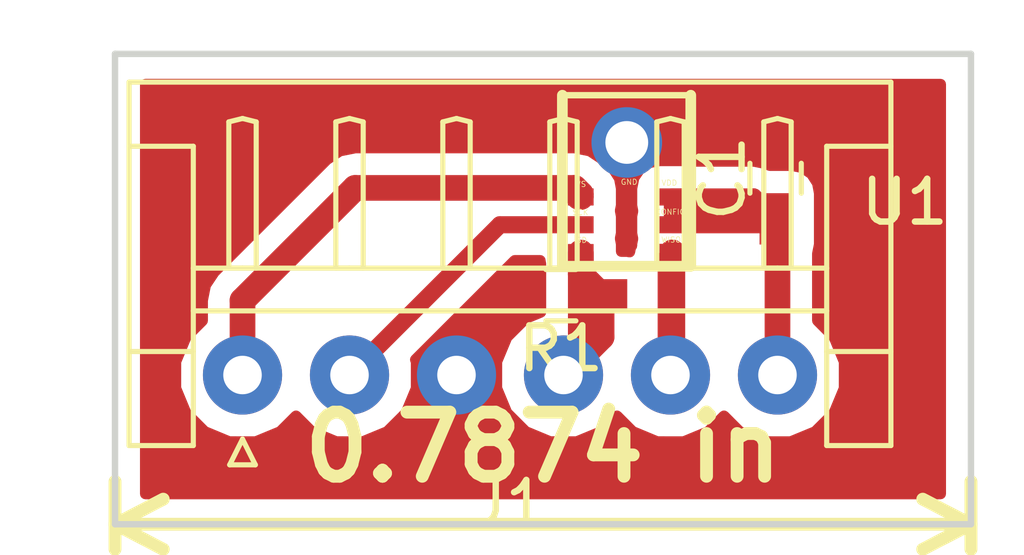
<source format=kicad_pcb>
(kicad_pcb (version 4) (host pcbnew 4.0.7)

  (general
    (links 11)
    (no_connects 0)
    (area 127.31242 101.53532 158.294235 115.350001)
    (thickness 1.6)
    (drawings 7)
    (tracks 48)
    (zones 0)
    (modules 4)
    (nets 7)
  )

  (page A4)
  (layers
    (0 F.Cu signal)
    (31 B.Cu signal)
    (32 B.Adhes user)
    (33 F.Adhes user)
    (34 B.Paste user)
    (35 F.Paste user)
    (36 B.SilkS user)
    (37 F.SilkS user)
    (38 B.Mask user)
    (39 F.Mask user)
    (40 Dwgs.User user)
    (41 Cmts.User user)
    (42 Eco1.User user)
    (43 Eco2.User user)
    (44 Edge.Cuts user)
    (45 Margin user)
    (46 B.CrtYd user)
    (47 F.CrtYd user)
    (48 B.Fab user)
    (49 F.Fab user)
  )

  (setup
    (last_trace_width 0.4)
    (trace_clearance 0.2)
    (zone_clearance 0.508)
    (zone_45_only no)
    (trace_min 0.2)
    (segment_width 0.2)
    (edge_width 0.15)
    (via_size 0.6)
    (via_drill 0.4)
    (via_min_size 0.4)
    (via_min_drill 0.3)
    (uvia_size 0.3)
    (uvia_drill 0.1)
    (uvias_allowed no)
    (uvia_min_size 0.2)
    (uvia_min_drill 0.1)
    (pcb_text_width 0.3)
    (pcb_text_size 1.5 1.5)
    (mod_edge_width 0.15)
    (mod_text_size 1 1)
    (mod_text_width 0.15)
    (pad_size 1.2 0.75)
    (pad_drill 0)
    (pad_to_mask_clearance 0.2)
    (aux_axis_origin 0 0)
    (visible_elements 7FFFFF9F)
    (pcbplotparams
      (layerselection 0x01000_80000001)
      (usegerberextensions false)
      (excludeedgelayer true)
      (linewidth 0.100000)
      (plotframeref false)
      (viasonmask false)
      (mode 1)
      (useauxorigin false)
      (hpglpennumber 1)
      (hpglpenspeed 20)
      (hpglpendiameter 15)
      (hpglpenoverlay 2)
      (psnegative false)
      (psa4output false)
      (plotreference true)
      (plotvalue true)
      (plotinvisibletext false)
      (padsonsilk false)
      (subtractmaskfromsilk false)
      (outputformat 1)
      (mirror false)
      (drillshape 0)
      (scaleselection 1)
      (outputdirectory ./))
  )

  (net 0 "")
  (net 1 "Net-(C1-Pad1)")
  (net 2 GND)
  (net 3 "Net-(J1-Pad2)")
  (net 4 "Net-(J1-Pad3)")
  (net 5 "Net-(J1-Pad4)")
  (net 6 "Net-(J1-Pad5)")

  (net_class Default "This is the default net class."
    (clearance 0.2)
    (trace_width 0.4)
    (via_dia 0.6)
    (via_drill 0.4)
    (uvia_dia 0.3)
    (uvia_drill 0.1)
    (add_net "Net-(J1-Pad3)")
  )

  (net_class Wide ""
    (clearance 0.2)
    (trace_width 0.6)
    (via_dia 0.6)
    (via_drill 0.4)
    (uvia_dia 0.3)
    (uvia_drill 0.1)
    (add_net GND)
    (add_net "Net-(C1-Pad1)")
    (add_net "Net-(J1-Pad2)")
    (add_net "Net-(J1-Pad4)")
    (add_net "Net-(J1-Pad5)")
  )

  (module Capacitors_SMD:C_0603_HandSoldering (layer F.Cu) (tedit 5AB17A81) (tstamp 5AB16A77)
    (at 145.43532 105.90784 90)
    (descr "Capacitor SMD 0603, hand soldering")
    (tags "capacitor 0603")
    (path /5AA6D570)
    (attr smd)
    (fp_text reference C1 (at 0 -1.25 90) (layer F.SilkS)
      (effects (font (size 1 1) (thickness 0.15)))
    )
    (fp_text value C (at 0 1.5 90) (layer F.Fab)
      (effects (font (size 1 1) (thickness 0.15)))
    )
    (fp_text user %R (at 0 -1.25 90) (layer F.Fab)
      (effects (font (size 1 1) (thickness 0.15)))
    )
    (fp_line (start -0.8 0.4) (end -0.8 -0.4) (layer F.Fab) (width 0.1))
    (fp_line (start 0.8 0.4) (end -0.8 0.4) (layer F.Fab) (width 0.1))
    (fp_line (start 0.8 -0.4) (end 0.8 0.4) (layer F.Fab) (width 0.1))
    (fp_line (start -0.8 -0.4) (end 0.8 -0.4) (layer F.Fab) (width 0.1))
    (fp_line (start -0.35 -0.6) (end 0.35 -0.6) (layer F.SilkS) (width 0.12))
    (fp_line (start 0.35 0.6) (end -0.35 0.6) (layer F.SilkS) (width 0.12))
    (fp_line (start -1.8 -0.65) (end 1.8 -0.65) (layer F.CrtYd) (width 0.05))
    (fp_line (start -1.8 -0.65) (end -1.8 0.65) (layer F.CrtYd) (width 0.05))
    (fp_line (start 1.8 0.65) (end 1.8 -0.65) (layer F.CrtYd) (width 0.05))
    (fp_line (start 1.8 0.65) (end -1.8 0.65) (layer F.CrtYd) (width 0.05))
    (pad 1 smd rect (at -0.95 0 90) (size 1.2 0.75) (layers F.Cu F.Paste F.Mask)
      (net 1 "Net-(C1-Pad1)"))
    (pad 2 smd rect (at 0.95 0 90) (size 1.2 0.75) (layers F.Cu F.Paste F.Mask)
      (net 2 GND) (zone_connect 2))
    (model Capacitors_SMD.3dshapes/C_0603.wrl
      (at (xyz 0 0 0))
      (scale (xyz 1 1 1))
      (rotate (xyz 0 0 0))
    )
  )

  (module Capacitors_SMD:C_0603_HandSoldering (layer F.Cu) (tedit 5AB17A73) (tstamp 5AB16A88)
    (at 140.41882 108.64342 180)
    (descr "Capacitor SMD 0603, hand soldering")
    (tags "capacitor 0603")
    (path /5AA6D53B)
    (attr smd)
    (fp_text reference R1 (at 0 -1.25 180) (layer F.SilkS)
      (effects (font (size 1 1) (thickness 0.15)))
    )
    (fp_text value R (at 0 1.5 180) (layer F.Fab)
      (effects (font (size 1 1) (thickness 0.15)))
    )
    (fp_text user %R (at 0 -1.25 180) (layer F.Fab)
      (effects (font (size 1 1) (thickness 0.15)))
    )
    (fp_line (start -0.8 0.4) (end -0.8 -0.4) (layer F.Fab) (width 0.1))
    (fp_line (start 0.8 0.4) (end -0.8 0.4) (layer F.Fab) (width 0.1))
    (fp_line (start 0.8 -0.4) (end 0.8 0.4) (layer F.Fab) (width 0.1))
    (fp_line (start -0.8 -0.4) (end 0.8 -0.4) (layer F.Fab) (width 0.1))
    (fp_line (start -0.35 -0.6) (end 0.35 -0.6) (layer F.SilkS) (width 0.12))
    (fp_line (start 0.35 0.6) (end -0.35 0.6) (layer F.SilkS) (width 0.12))
    (fp_line (start -1.8 -0.65) (end 1.8 -0.65) (layer F.CrtYd) (width 0.05))
    (fp_line (start -1.8 -0.65) (end -1.8 0.65) (layer F.CrtYd) (width 0.05))
    (fp_line (start 1.8 0.65) (end 1.8 -0.65) (layer F.CrtYd) (width 0.05))
    (fp_line (start 1.8 0.65) (end -1.8 0.65) (layer F.CrtYd) (width 0.05))
    (pad 1 smd rect (at -0.95 0 180) (size 1.2 0.75) (layers F.Cu F.Paste F.Mask)
      (net 5 "Net-(J1-Pad4)"))
    (pad 2 smd rect (at 0.95 0 180) (size 1.2 0.75) (layers F.Cu F.Paste F.Mask)
      (net 2 GND) (zone_connect 2))
    (model Capacitors_SMD.3dshapes/C_0603.wrl
      (at (xyz 0 0 0))
      (scale (xyz 1 1 1))
      (rotate (xyz 0 0 0))
    )
  )

  (module KiKadCustLib:ICS25000labels (layer F.Cu) (tedit 5AB68689) (tstamp 5AB16A9E)
    (at 148.45284 105.96626)
    (tags mic)
    (path /5AA6D505)
    (fp_text reference U1 (at 0 0.5) (layer F.SilkS)
      (effects (font (size 1 1) (thickness 0.15)))
    )
    (fp_text value "ICS 52000" (at -4 3) (layer F.Fab)
      (effects (font (size 1 1) (thickness 0.15)))
    )
    (fp_text user GND (at -6.44 0.03) (layer F.SilkS)
      (effects (font (size 0.127 0.127) (thickness 0.015)))
    )
    (fp_text user WS (at -7.58 0.08) (layer F.SilkS)
      (effects (font (size 0.127 0.127) (thickness 0.015)))
    )
    (fp_text user SCK (at -7.58 0.74) (layer F.SilkS)
      (effects (font (size 0.127 0.127) (thickness 0.015)))
    )
    (fp_text user SD (at -7.55 1.39) (layer F.SilkS)
      (effects (font (size 0.127 0.127) (thickness 0.015)))
    )
    (fp_text user WISO (at -5.46 1.38) (layer F.SilkS)
      (effects (font (size 0.127 0.127) (thickness 0.015)))
    )
    (fp_text user CONFIG (at -5.48 0.73) (layer F.SilkS)
      (effects (font (size 0.127 0.127) (thickness 0.015)))
    )
    (fp_text user VDD (at -5.5 0.05) (layer F.SilkS)
      (effects (font (size 0.127 0.127) (thickness 0.015)))
    )
    (fp_line (start -8 -2) (end -5 -2) (layer F.SilkS) (width 0.15))
    (fp_line (start -5 -2) (end -5 2) (layer F.SilkS) (width 0.25))
    (fp_line (start -5 2) (end -8 2) (layer F.SilkS) (width 0.25))
    (fp_line (start -8 2) (end -8 -2) (layer F.SilkS) (width 0.25))
    (pad 7 smd rect (at -7.57 1.68) (size 0.6 0.4) (layers F.Cu F.Paste F.Mask)
      (net 5 "Net-(J1-Pad4)"))
    (pad 5 smd rect (at -7.57 0.38) (size 0.6 0.4) (layers F.Cu F.Paste F.Mask)
      (net 3 "Net-(J1-Pad2)"))
    (pad 6 smd rect (at -7.57 1.03) (size 0.6 0.4) (layers F.Cu F.Paste F.Mask)
      (net 4 "Net-(J1-Pad3)"))
    (pad 1 smd rect (at -5.43 1.675) (size 0.6 0.4) (layers F.Cu F.Paste F.Mask)
      (net 6 "Net-(J1-Pad5)"))
    (pad 2 smd rect (at -5.43 1.03) (size 0.6 0.4) (layers F.Cu F.Paste F.Mask)
      (net 1 "Net-(C1-Pad1)"))
    (pad 3 smd rect (at -5.43 0.38) (size 0.6 0.4) (layers F.Cu F.Paste F.Mask)
      (net 1 "Net-(C1-Pad1)"))
    (pad 4 thru_hole circle (at -6.495 -0.895) (size 1.65 1.65) (drill 1) (layers *.Cu *.Mask)
      (net 2 GND) (zone_connect 2))
  )

  (module KiKadCustLib:JST_EH_S06B-EH_06x2.50mm_Angled (layer F.Cu) (tedit 5AB17A4B) (tstamp 5AB16EB1)
    (at 132.97916 110.51032)
    (descr "JST EH series connector, S06B-EH, 2.50mm pitch, side entry")
    (tags "connector jst eh side horizontal angled")
    (path /5AB163B6)
    (fp_text reference J1 (at 6.25 3) (layer F.SilkS)
      (effects (font (size 1 1) (thickness 0.15)))
    )
    (fp_text value Conn_01x06 (at 6.25 -8) (layer F.Fab)
      (effects (font (size 1 1) (thickness 0.15)))
    )
    (fp_text user %R (at 6.25 -2) (layer F.Fab)
      (effects (font (size 1 1) (thickness 0.15)))
    )
    (fp_line (start -2.5 -6.7) (end -2.5 1.5) (layer F.Fab) (width 0.1))
    (fp_line (start -2.5 1.5) (end 15 1.5) (layer F.Fab) (width 0.1))
    (fp_line (start 15 1.5) (end 15 -6.7) (layer F.Fab) (width 0.1))
    (fp_line (start 15 -6.7) (end -2.5 -6.7) (layer F.Fab) (width 0.1))
    (fp_line (start -1.15 -0.55) (end -1.15 1.65) (layer F.SilkS) (width 0.12))
    (fp_line (start -1.15 1.65) (end -2.65 1.65) (layer F.SilkS) (width 0.12))
    (fp_line (start -2.65 1.65) (end -2.65 -6.85) (layer F.SilkS) (width 0.12))
    (fp_line (start -2.65 -6.85) (end 15.15 -6.85) (layer F.SilkS) (width 0.12))
    (fp_line (start 15.15 -6.85) (end 15.15 1.65) (layer F.SilkS) (width 0.12))
    (fp_line (start 15.15 1.65) (end 13.65 1.65) (layer F.SilkS) (width 0.12))
    (fp_line (start 13.65 1.65) (end 13.65 -0.55) (layer F.SilkS) (width 0.12))
    (fp_line (start -2.65 -5.35) (end -1.15 -5.35) (layer F.SilkS) (width 0.12))
    (fp_line (start -1.15 -5.35) (end -1.15 -0.55) (layer F.SilkS) (width 0.12))
    (fp_line (start -1.15 -0.55) (end -2.65 -0.55) (layer F.SilkS) (width 0.12))
    (fp_line (start 15.15 -5.35) (end 13.65 -5.35) (layer F.SilkS) (width 0.12))
    (fp_line (start 13.65 -5.35) (end 13.65 -0.55) (layer F.SilkS) (width 0.12))
    (fp_line (start 13.65 -0.55) (end 15.15 -0.55) (layer F.SilkS) (width 0.12))
    (fp_line (start -1.15 -2.5) (end 13.65 -2.5) (layer F.SilkS) (width 0.12))
    (fp_line (start -1.15 -1.5) (end 13.65 -1.5) (layer F.SilkS) (width 0.12))
    (fp_line (start 0 -2.5) (end -0.32 -2.5) (layer F.SilkS) (width 0.12))
    (fp_line (start -0.32 -2.5) (end -0.32 -5.92) (layer F.SilkS) (width 0.12))
    (fp_line (start -0.32 -5.92) (end 0 -6) (layer F.SilkS) (width 0.12))
    (fp_line (start 0 -6) (end 0.32 -5.92) (layer F.SilkS) (width 0.12))
    (fp_line (start 0.32 -5.92) (end 0.32 -2.5) (layer F.SilkS) (width 0.12))
    (fp_line (start 0.32 -2.5) (end 0 -2.5) (layer F.SilkS) (width 0.12))
    (fp_line (start 2.5 -2.5) (end 2.18 -2.5) (layer F.SilkS) (width 0.12))
    (fp_line (start 2.18 -2.5) (end 2.18 -5.92) (layer F.SilkS) (width 0.12))
    (fp_line (start 2.18 -5.92) (end 2.5 -6) (layer F.SilkS) (width 0.12))
    (fp_line (start 2.5 -6) (end 2.82 -5.92) (layer F.SilkS) (width 0.12))
    (fp_line (start 2.82 -5.92) (end 2.82 -2.5) (layer F.SilkS) (width 0.12))
    (fp_line (start 2.82 -2.5) (end 2.5 -2.5) (layer F.SilkS) (width 0.12))
    (fp_line (start 5 -2.5) (end 4.68 -2.5) (layer F.SilkS) (width 0.12))
    (fp_line (start 4.68 -2.5) (end 4.68 -5.92) (layer F.SilkS) (width 0.12))
    (fp_line (start 4.68 -5.92) (end 5 -6) (layer F.SilkS) (width 0.12))
    (fp_line (start 5 -6) (end 5.32 -5.92) (layer F.SilkS) (width 0.12))
    (fp_line (start 5.32 -5.92) (end 5.32 -2.5) (layer F.SilkS) (width 0.12))
    (fp_line (start 5.32 -2.5) (end 5 -2.5) (layer F.SilkS) (width 0.12))
    (fp_line (start 7.5 -2.5) (end 7.18 -2.5) (layer F.SilkS) (width 0.12))
    (fp_line (start 7.18 -2.5) (end 7.18 -5.92) (layer F.SilkS) (width 0.12))
    (fp_line (start 7.18 -5.92) (end 7.5 -6) (layer F.SilkS) (width 0.12))
    (fp_line (start 7.5 -6) (end 7.82 -5.92) (layer F.SilkS) (width 0.12))
    (fp_line (start 7.82 -5.92) (end 7.82 -2.5) (layer F.SilkS) (width 0.12))
    (fp_line (start 7.82 -2.5) (end 7.5 -2.5) (layer F.SilkS) (width 0.12))
    (fp_line (start 10 -2.5) (end 9.68 -2.5) (layer F.SilkS) (width 0.12))
    (fp_line (start 9.68 -2.5) (end 9.68 -5.92) (layer F.SilkS) (width 0.12))
    (fp_line (start 9.68 -5.92) (end 10 -6) (layer F.SilkS) (width 0.12))
    (fp_line (start 10 -6) (end 10.32 -5.92) (layer F.SilkS) (width 0.12))
    (fp_line (start 10.32 -5.92) (end 10.32 -2.5) (layer F.SilkS) (width 0.12))
    (fp_line (start 10.32 -2.5) (end 10 -2.5) (layer F.SilkS) (width 0.12))
    (fp_line (start 12.5 -2.5) (end 12.18 -2.5) (layer F.SilkS) (width 0.12))
    (fp_line (start 12.18 -2.5) (end 12.18 -5.92) (layer F.SilkS) (width 0.12))
    (fp_line (start 12.18 -5.92) (end 12.5 -6) (layer F.SilkS) (width 0.12))
    (fp_line (start 12.5 -6) (end 12.82 -5.92) (layer F.SilkS) (width 0.12))
    (fp_line (start 12.82 -5.92) (end 12.82 -2.5) (layer F.SilkS) (width 0.12))
    (fp_line (start 12.82 -2.5) (end 12.5 -2.5) (layer F.SilkS) (width 0.12))
    (fp_line (start 0 1.5) (end -0.3 2.1) (layer F.SilkS) (width 0.12))
    (fp_line (start -0.3 2.1) (end 0.3 2.1) (layer F.SilkS) (width 0.12))
    (fp_line (start 0.3 2.1) (end 0 1.5) (layer F.SilkS) (width 0.12))
    (fp_line (start 0 1.5) (end -0.3 2.1) (layer F.Fab) (width 0.1))
    (fp_line (start -0.3 2.1) (end 0.3 2.1) (layer F.Fab) (width 0.1))
    (fp_line (start 0.3 2.1) (end 0 1.5) (layer F.Fab) (width 0.1))
    (fp_line (start -3.15 -7.35) (end -3.15 2.15) (layer F.CrtYd) (width 0.05))
    (fp_line (start -3.15 2.15) (end 15.65 2.15) (layer F.CrtYd) (width 0.05))
    (fp_line (start 15.65 2.15) (end 15.65 -7.35) (layer F.CrtYd) (width 0.05))
    (fp_line (start 15.65 -7.35) (end -3.15 -7.35) (layer F.CrtYd) (width 0.05))
    (pad 2 thru_hole circle (at 0 0) (size 1.85 1.85) (drill 0.9) (layers *.Cu *.Mask)
      (net 3 "Net-(J1-Pad2)"))
    (pad 3 thru_hole circle (at 2.5 0) (size 1.85 1.85) (drill 0.9) (layers *.Cu *.Mask)
      (net 4 "Net-(J1-Pad3)"))
    (pad 6 thru_hole circle (at 5 0) (size 1.85 1.85) (drill 0.9) (layers *.Cu *.Mask)
      (net 2 GND) (zone_connect 2))
    (pad 4 thru_hole circle (at 7.5 0) (size 1.85 1.85) (drill 0.9) (layers *.Cu *.Mask)
      (net 5 "Net-(J1-Pad4)"))
    (pad 5 thru_hole circle (at 10 0) (size 1.85 1.85) (drill 0.9) (layers *.Cu *.Mask)
      (net 6 "Net-(J1-Pad5)"))
    (pad 1 thru_hole circle (at 12.5 0) (size 1.85 1.85) (drill 0.9) (layers *.Cu *.Mask)
      (net 1 "Net-(C1-Pad1)"))
    (model Connectors_JST.3dshapes/JST_EH_S06B-EH_06x2.50mm_Angled.wrl
      (at (xyz 0 0 0))
      (scale (xyz 1 1 1))
      (rotate (xyz 0 0 0))
    )
  )

  (gr_line (start 130 114) (end 130 113) (angle 90) (layer Edge.Cuts) (width 0.15))
  (gr_line (start 150 114) (end 130 114) (angle 90) (layer Edge.Cuts) (width 0.15))
  (gr_line (start 150 113) (end 150 114) (angle 90) (layer Edge.Cuts) (width 0.15))
  (gr_line (start 150 103) (end 150 113) (angle 90) (layer Edge.Cuts) (width 0.15))
  (gr_line (start 130 103) (end 150 103) (angle 90) (layer Edge.Cuts) (width 0.15))
  (gr_line (start 130 113) (end 130 103) (angle 90) (layer Edge.Cuts) (width 0.15))
  (dimension 20 (width 0.3) (layer F.SilkS)
    (gr_text "20.000 mm" (at 140 114) (layer F.SilkS)
      (effects (font (size 1.5 1.5) (thickness 0.3)))
    )
    (feature1 (pts (xy 150 113) (xy 150 114)))
    (feature2 (pts (xy 130 113) (xy 130 114)))
    (crossbar (pts (xy 130 114) (xy 150 114)))
    (arrow1a (pts (xy 150 114) (xy 148.873496 114.586421)))
    (arrow1b (pts (xy 150 114) (xy 148.873496 113.413579)))
    (arrow2a (pts (xy 130 114) (xy 131.126504 114.586421)))
    (arrow2b (pts (xy 130 114) (xy 131.126504 113.413579)))
  )

  (segment (start 145.47916 110.51032) (end 145.47916 106.90168) (width 0.6) (layer F.Cu) (net 1))
  (segment (start 145.47916 106.90168) (end 145.43532 106.85784) (width 0.6) (layer F.Cu) (net 1) (tstamp 5AB174B0))
  (segment (start 145.43532 106.85784) (end 145.43532 110.46648) (width 0.4) (layer F.Cu) (net 1))
  (segment (start 145.43532 110.46648) (end 145.47916 110.51032) (width 0.4) (layer F.Cu) (net 1) (tstamp 5AB174AD))
  (segment (start 145.43532 110.46648) (end 145.47916 110.51032) (width 0.4) (layer F.Cu) (net 1) (tstamp 5AB174A9))
  (segment (start 143.02284 106.99626) (end 145.2969 106.99626) (width 0.4) (layer F.Cu) (net 1))
  (segment (start 145.2969 106.99626) (end 145.43532 106.85784) (width 0.4) (layer F.Cu) (net 1) (tstamp 5AB174A6))
  (segment (start 143.02284 106.34626) (end 144.92374 106.34626) (width 0.4) (layer F.Cu) (net 1))
  (segment (start 144.92374 106.34626) (end 145.43532 106.85784) (width 0.4) (layer F.Cu) (net 1) (tstamp 5AB174A3))
  (segment (start 143.0782 106.68254) (end 145.26002 106.68254) (width 0.4) (layer F.Cu) (net 1))
  (segment (start 145.26002 106.68254) (end 145.43532 106.85784) (width 0.4) (layer F.Cu) (net 1) (tstamp 5AB174A0))
  (segment (start 145.43532 110.46648) (end 145.47916 110.51032) (width 0.4) (layer F.Cu) (net 1) (tstamp 5AB1749A))
  (segment (start 143.02284 106.68254) (end 143.0782 106.68254) (width 0.4) (layer F.Cu) (net 1))
  (segment (start 145.26002 106.68254) (end 145.43532 106.85784) (width 0.4) (layer F.Cu) (net 1) (tstamp 5AB17497))
  (segment (start 144.92374 106.34626) (end 145.43532 106.85784) (width 0.4) (layer F.Cu) (net 1) (tstamp 5AB17492))
  (segment (start 145.2969 106.99626) (end 145.43532 106.85784) (width 0.4) (layer F.Cu) (net 1) (tstamp 5AB1748F))
  (segment (start 143.02284 106.34626) (end 143.02284 106.68254) (width 0.4) (layer F.Cu) (net 1))
  (segment (start 143.02284 106.68254) (end 143.02284 106.99626) (width 0.4) (layer F.Cu) (net 1) (tstamp 5AB17495))
  (segment (start 145.28542 106.9721) (end 145.43532 107.122) (width 0.4) (layer F.Cu) (net 1) (tstamp 5AB1700B) (status 30))
  (segment (start 145.27658 107.28074) (end 145.43532 107.122) (width 0.4) (layer F.Cu) (net 1) (tstamp 5AB17006) (status 30))
  (segment (start 145.3219 105.07126) (end 145.43532 104.95784) (width 0.4) (layer F.Cu) (net 2) (tstamp 5AB175E6))
  (segment (start 145.3219 105.07126) (end 145.43532 104.95784) (width 0.4) (layer F.Cu) (net 2) (tstamp 5AB175B1))
  (segment (start 139.46882 108.64342) (end 139.46882 108.65108) (width 0.4) (layer F.Cu) (net 2))
  (segment (start 140.88284 106.34626) (end 140.88284 106.27788) (width 0.6) (layer F.Cu) (net 3))
  (segment (start 140.88284 106.27788) (end 140.73886 106.1339) (width 0.6) (layer F.Cu) (net 3) (tstamp 5AB179D3))
  (segment (start 132.97916 108.76534) (end 132.97916 110.51032) (width 0.6) (layer F.Cu) (net 3) (tstamp 5AB179D6))
  (segment (start 135.6106 106.1339) (end 132.97916 108.76534) (width 0.6) (layer F.Cu) (net 3) (tstamp 5AB179D5))
  (segment (start 140.73886 106.1339) (end 135.6106 106.1339) (width 0.6) (layer F.Cu) (net 3) (tstamp 5AB179D4))
  (segment (start 140.88284 106.34626) (end 140.83692 106.34626) (width 0.6) (layer F.Cu) (net 3))
  (segment (start 140.88284 106.99626) (end 138.99322 106.99626) (width 0.4) (layer F.Cu) (net 4))
  (segment (start 138.99322 106.99626) (end 135.47916 110.51032) (width 0.4) (layer F.Cu) (net 4) (tstamp 5AB179D9))
  (segment (start 140.88284 107.64626) (end 140.88284 108.15744) (width 0.6) (layer F.Cu) (net 5))
  (segment (start 140.88284 108.15744) (end 141.36882 108.64342) (width 0.6) (layer F.Cu) (net 5) (tstamp 5AB174DD))
  (segment (start 140.88284 107.64626) (end 140.88284 110.10664) (width 0.6) (layer F.Cu) (net 5))
  (segment (start 140.88284 110.10664) (end 140.47916 110.51032) (width 0.6) (layer F.Cu) (net 5) (tstamp 5AB1747E))
  (segment (start 141.36882 108.64342) (end 141.36882 109.62066) (width 0.6) (layer F.Cu) (net 5))
  (segment (start 141.36882 109.62066) (end 140.47916 110.51032) (width 0.6) (layer F.Cu) (net 5) (tstamp 5AB17469))
  (segment (start 140.88284 110.10664) (end 140.47916 110.51032) (width 0.4) (layer F.Cu) (net 5) (tstamp 5AB17458))
  (segment (start 140.88284 110.10664) (end 140.47916 110.51032) (width 0.4) (layer F.Cu) (net 5) (tstamp 5AB17448))
  (segment (start 140.88284 108.15744) (end 141.36882 108.64342) (width 0.4) (layer F.Cu) (net 5) (tstamp 5AB17442))
  (segment (start 143.02284 107.64126) (end 143.02284 110.46664) (width 0.6) (layer F.Cu) (net 6))
  (segment (start 143.02284 110.46664) (end 142.97916 110.51032) (width 0.6) (layer F.Cu) (net 6) (tstamp 5AB17481))
  (segment (start 142.97916 110.51032) (end 142.97916 107.95318) (width 0.6) (layer F.Cu) (net 6))
  (segment (start 142.93204 107.8851) (end 142.97916 110.51032) (width 0.4) (layer F.Cu) (net 6) (tstamp 5AB17016) (status 10))
  (segment (start 142.91108 107.8851) (end 142.93204 107.8851) (width 0.4) (layer F.Cu) (net 6) (status 30))
  (segment (start 142.97916 107.95318) (end 142.91108 107.8851) (width 0.6) (layer F.Cu) (net 6) (tstamp 5AB17461))
  (segment (start 143.02284 110.46664) (end 142.97916 110.51032) (width 0.4) (layer F.Cu) (net 6) (tstamp 5AB17451))
  (segment (start 143.02284 110.46664) (end 142.97916 110.51032) (width 0.4) (layer F.Cu) (net 6) (tstamp 5AB1744E))

  (zone (net 2) (net_name GND) (layer F.Cu) (tstamp 5AB17AAD) (hatch edge 0.508)
    (connect_pads (clearance 0.508))
    (min_thickness 0.254)
    (fill yes (arc_segments 16) (thermal_gap 0.508) (thermal_bridge_width 0.508))
    (polygon
      (pts
        (xy 151.188753 102.02352) (xy 151.26208 114.16792) (xy 127.69088 114.54638) (xy 127.31242 101.7397)
      )
    )
    (filled_polygon
      (pts
        (xy 149.29 113.29) (xy 130.71 113.29) (xy 130.71 110.819262) (xy 131.41889 110.819262) (xy 131.655885 111.392834)
        (xy 132.094337 111.832052) (xy 132.667496 112.070048) (xy 133.288102 112.07059) (xy 133.861674 111.833595) (xy 134.229416 111.466494)
        (xy 134.594337 111.832052) (xy 135.167496 112.070048) (xy 135.788102 112.07059) (xy 136.361674 111.833595) (xy 136.800892 111.395143)
        (xy 137.038888 110.821984) (xy 137.03943 110.201378) (xy 137.018829 110.151519) (xy 139.339088 107.83126) (xy 139.9354 107.83126)
        (xy 139.9354 107.84626) (xy 139.94784 107.912373) (xy 139.94784 109.041935) (xy 139.596646 109.187045) (xy 139.157428 109.625497)
        (xy 138.919432 110.198656) (xy 138.91889 110.819262) (xy 139.155885 111.392834) (xy 139.594337 111.832052) (xy 140.167496 112.070048)
        (xy 140.788102 112.07059) (xy 141.361674 111.833595) (xy 141.729416 111.466494) (xy 142.094337 111.832052) (xy 142.667496 112.070048)
        (xy 143.288102 112.07059) (xy 143.861674 111.833595) (xy 144.229416 111.466494) (xy 144.594337 111.832052) (xy 145.167496 112.070048)
        (xy 145.788102 112.07059) (xy 146.361674 111.833595) (xy 146.800892 111.395143) (xy 147.038888 110.821984) (xy 147.03943 110.201378)
        (xy 146.802435 109.627806) (xy 146.41416 109.238853) (xy 146.41416 107.673143) (xy 146.45776 107.45784) (xy 146.45776 106.25784)
        (xy 146.413482 106.022523) (xy 146.27441 105.806399) (xy 146.06221 105.661409) (xy 145.81032 105.6104) (xy 145.296529 105.6104)
        (xy 145.243281 105.574821) (xy 144.92374 105.51126) (xy 143.384271 105.51126) (xy 143.32284 105.49882) (xy 142.72284 105.49882)
        (xy 142.487523 105.543098) (xy 142.271399 105.68217) (xy 142.126409 105.89437) (xy 142.0754 106.14626) (xy 142.0754 106.54626)
        (xy 142.099784 106.675849) (xy 142.0754 106.79626) (xy 142.0754 107.19626) (xy 142.099296 107.323257) (xy 142.0754 107.44126)
        (xy 142.0754 107.485166) (xy 142.047253 107.527291) (xy 142.026302 107.63262) (xy 141.96882 107.62098) (xy 141.83028 107.62098)
        (xy 141.83028 107.44626) (xy 141.805896 107.316671) (xy 141.83028 107.19626) (xy 141.83028 106.79626) (xy 141.805896 106.666671)
        (xy 141.83028 106.54626) (xy 141.83028 106.14626) (xy 141.786002 105.910943) (xy 141.64693 105.694819) (xy 141.553507 105.630986)
        (xy 141.543985 105.616735) (xy 141.400005 105.472755) (xy 141.096669 105.270073) (xy 140.73886 105.1989) (xy 135.6106 105.1989)
        (xy 135.252791 105.270073) (xy 134.949455 105.472755) (xy 132.318015 108.104195) (xy 132.115333 108.407531) (xy 132.04416 108.76534)
        (xy 132.04416 109.239439) (xy 131.657428 109.625497) (xy 131.419432 110.198656) (xy 131.41889 110.819262) (xy 130.71 110.819262)
        (xy 130.71 103.71) (xy 149.29 103.71)
      )
    )
  )
  (zone (net 2) (net_name GND) (layer F.Cu) (tstamp 5AB17AAE) (hatch edge 0.508)
    (connect_pads (clearance 0.508))
    (min_thickness 0.254)
    (fill yes (arc_segments 16) (thermal_gap 0.508) (thermal_bridge_width 0.508))
    (polygon
      (pts
        (xy 151.2443 102.02418) (xy 151.188753 102.02352) (xy 151.18842 101.9683)
      )
    )
  )
)

</source>
